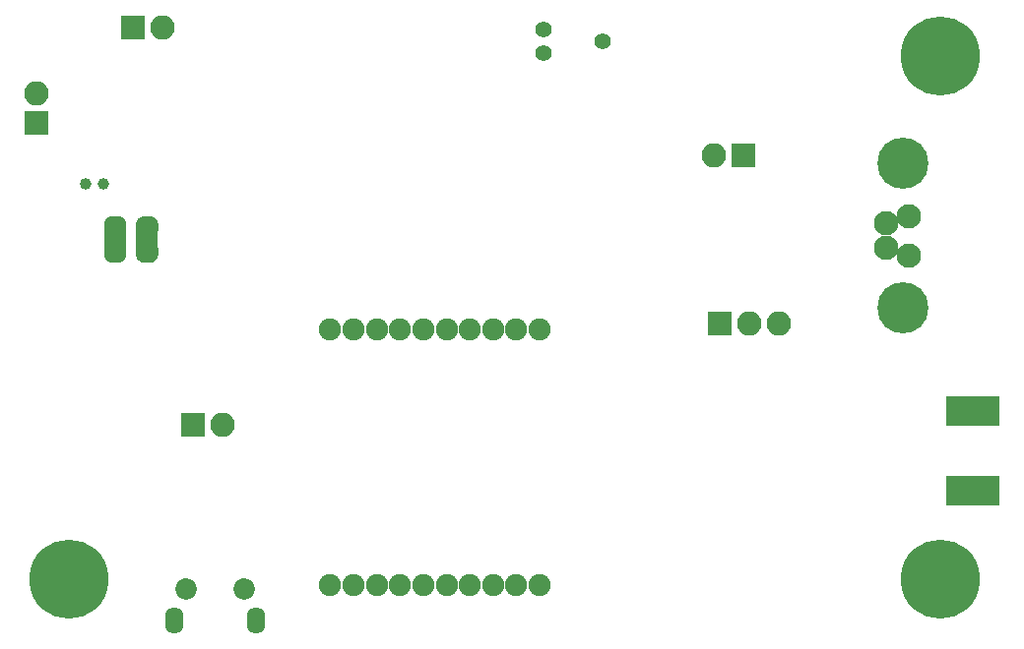
<source format=gbs>
G04 #@! TF.GenerationSoftware,KiCad,Pcbnew,(5.1.5-0-10_14)*
G04 #@! TF.CreationDate,2021-06-08T11:11:05+02:00*
G04 #@! TF.ProjectId,Nestbox,4e657374-626f-4782-9e6b-696361645f70,rev?*
G04 #@! TF.SameCoordinates,Original*
G04 #@! TF.FileFunction,Soldermask,Bot*
G04 #@! TF.FilePolarity,Negative*
%FSLAX46Y46*%
G04 Gerber Fmt 4.6, Leading zero omitted, Abs format (unit mm)*
G04 Created by KiCad (PCBNEW (5.1.5-0-10_14)) date 2021-06-08 11:11:05*
%MOMM*%
%LPD*%
G04 APERTURE LIST*
%ADD10C,4.400000*%
%ADD11C,2.100000*%
%ADD12O,2.100000X2.100000*%
%ADD13R,2.100000X2.100000*%
%ADD14C,0.050000*%
%ADD15R,1.900000X1.400000*%
%ADD16C,1.390600*%
%ADD17O,1.600000X2.300000*%
%ADD18C,1.850000*%
%ADD19C,1.900000*%
%ADD20R,4.600000X2.600000*%
%ADD21C,1.200000*%
%ADD22C,6.800000*%
%ADD23C,1.009600*%
%ADD24C,1.004800*%
G04 APERTURE END LIST*
D10*
X171750000Y78325000D03*
D11*
X172250000Y82875000D03*
X172250000Y86275000D03*
X170300000Y83500000D03*
X170300000Y85650000D03*
D10*
X171750000Y90825000D03*
D12*
X108040000Y102500000D03*
D13*
X105500000Y102500000D03*
D12*
X97250000Y96790000D03*
D13*
X97250000Y94250000D03*
D14*
G36*
X105803843Y83539018D02*
G01*
X105815224Y83576537D01*
X105833706Y83611114D01*
X105858579Y83641421D01*
X105888886Y83666294D01*
X105923463Y83684776D01*
X105960982Y83696157D01*
X106000000Y83700000D01*
X107500000Y83700000D01*
X107539018Y83696157D01*
X107576537Y83684776D01*
X107611114Y83666294D01*
X107641421Y83641421D01*
X107666294Y83611114D01*
X107684776Y83576537D01*
X107696157Y83539018D01*
X107700000Y83500000D01*
X107700000Y82950000D01*
X107699398Y82943888D01*
X107699398Y82925466D01*
X107698435Y82905860D01*
X107693625Y82857029D01*
X107690746Y82837620D01*
X107681174Y82789495D01*
X107676404Y82770452D01*
X107662160Y82723497D01*
X107655549Y82705020D01*
X107636772Y82659687D01*
X107628377Y82641939D01*
X107605246Y82598666D01*
X107595160Y82581838D01*
X107567900Y82541039D01*
X107556205Y82525270D01*
X107525077Y82487341D01*
X107511897Y82472800D01*
X107477200Y82438103D01*
X107462659Y82424923D01*
X107424730Y82393795D01*
X107408961Y82382100D01*
X107368162Y82354840D01*
X107351334Y82344754D01*
X107308061Y82321623D01*
X107290313Y82313228D01*
X107244980Y82294451D01*
X107226503Y82287840D01*
X107179548Y82273596D01*
X107160505Y82268826D01*
X107112380Y82259254D01*
X107092971Y82256375D01*
X107044140Y82251565D01*
X107024534Y82250602D01*
X107006112Y82250602D01*
X107000000Y82250000D01*
X106500000Y82250000D01*
X106493888Y82250602D01*
X106475466Y82250602D01*
X106455860Y82251565D01*
X106407029Y82256375D01*
X106387620Y82259254D01*
X106339495Y82268826D01*
X106320452Y82273596D01*
X106273497Y82287840D01*
X106255020Y82294451D01*
X106209687Y82313228D01*
X106191939Y82321623D01*
X106148666Y82344754D01*
X106131838Y82354840D01*
X106091039Y82382100D01*
X106075270Y82393795D01*
X106037341Y82424923D01*
X106022800Y82438103D01*
X105988103Y82472800D01*
X105974923Y82487341D01*
X105943795Y82525270D01*
X105932100Y82541039D01*
X105904840Y82581838D01*
X105894754Y82598666D01*
X105871623Y82641939D01*
X105863228Y82659687D01*
X105844451Y82705020D01*
X105837840Y82723497D01*
X105823596Y82770452D01*
X105818826Y82789495D01*
X105809254Y82837620D01*
X105806375Y82857029D01*
X105801565Y82905860D01*
X105800602Y82925466D01*
X105800602Y82943888D01*
X105800000Y82950000D01*
X105800000Y83500000D01*
X105803843Y83539018D01*
G37*
D15*
X106750000Y84250000D03*
D14*
G36*
X105800602Y85556112D02*
G01*
X105800602Y85574534D01*
X105801565Y85594140D01*
X105806375Y85642971D01*
X105809254Y85662380D01*
X105818826Y85710505D01*
X105823596Y85729548D01*
X105837840Y85776503D01*
X105844451Y85794980D01*
X105863228Y85840313D01*
X105871623Y85858061D01*
X105894754Y85901334D01*
X105904840Y85918162D01*
X105932100Y85958961D01*
X105943795Y85974730D01*
X105974923Y86012659D01*
X105988103Y86027200D01*
X106022800Y86061897D01*
X106037341Y86075077D01*
X106075270Y86106205D01*
X106091039Y86117900D01*
X106131838Y86145160D01*
X106148666Y86155246D01*
X106191939Y86178377D01*
X106209687Y86186772D01*
X106255020Y86205549D01*
X106273497Y86212160D01*
X106320452Y86226404D01*
X106339495Y86231174D01*
X106387620Y86240746D01*
X106407029Y86243625D01*
X106455860Y86248435D01*
X106475466Y86249398D01*
X106493888Y86249398D01*
X106500000Y86250000D01*
X107000000Y86250000D01*
X107006112Y86249398D01*
X107024534Y86249398D01*
X107044140Y86248435D01*
X107092971Y86243625D01*
X107112380Y86240746D01*
X107160505Y86231174D01*
X107179548Y86226404D01*
X107226503Y86212160D01*
X107244980Y86205549D01*
X107290313Y86186772D01*
X107308061Y86178377D01*
X107351334Y86155246D01*
X107368162Y86145160D01*
X107408961Y86117900D01*
X107424730Y86106205D01*
X107462659Y86075077D01*
X107477200Y86061897D01*
X107511897Y86027200D01*
X107525077Y86012659D01*
X107556205Y85974730D01*
X107567900Y85958961D01*
X107595160Y85918162D01*
X107605246Y85901334D01*
X107628377Y85858061D01*
X107636772Y85840313D01*
X107655549Y85794980D01*
X107662160Y85776503D01*
X107676404Y85729548D01*
X107681174Y85710505D01*
X107690746Y85662380D01*
X107693625Y85642971D01*
X107698435Y85594140D01*
X107699398Y85574534D01*
X107699398Y85556112D01*
X107700000Y85550000D01*
X107700000Y85000000D01*
X107696157Y84960982D01*
X107684776Y84923463D01*
X107666294Y84888886D01*
X107641421Y84858579D01*
X107611114Y84833706D01*
X107576537Y84815224D01*
X107539018Y84803843D01*
X107500000Y84800000D01*
X106000000Y84800000D01*
X105960982Y84803843D01*
X105923463Y84815224D01*
X105888886Y84833706D01*
X105858579Y84858579D01*
X105833706Y84888886D01*
X105815224Y84923463D01*
X105803843Y84960982D01*
X105800000Y85000000D01*
X105800000Y85550000D01*
X105800602Y85556112D01*
G37*
D12*
X155460000Y91500000D03*
D13*
X158000000Y91500000D03*
D14*
G36*
X103053843Y83539018D02*
G01*
X103065224Y83576537D01*
X103083706Y83611114D01*
X103108579Y83641421D01*
X103138886Y83666294D01*
X103173463Y83684776D01*
X103210982Y83696157D01*
X103250000Y83700000D01*
X104750000Y83700000D01*
X104789018Y83696157D01*
X104826537Y83684776D01*
X104861114Y83666294D01*
X104891421Y83641421D01*
X104916294Y83611114D01*
X104934776Y83576537D01*
X104946157Y83539018D01*
X104950000Y83500000D01*
X104950000Y82950000D01*
X104949398Y82943888D01*
X104949398Y82925466D01*
X104948435Y82905860D01*
X104943625Y82857029D01*
X104940746Y82837620D01*
X104931174Y82789495D01*
X104926404Y82770452D01*
X104912160Y82723497D01*
X104905549Y82705020D01*
X104886772Y82659687D01*
X104878377Y82641939D01*
X104855246Y82598666D01*
X104845160Y82581838D01*
X104817900Y82541039D01*
X104806205Y82525270D01*
X104775077Y82487341D01*
X104761897Y82472800D01*
X104727200Y82438103D01*
X104712659Y82424923D01*
X104674730Y82393795D01*
X104658961Y82382100D01*
X104618162Y82354840D01*
X104601334Y82344754D01*
X104558061Y82321623D01*
X104540313Y82313228D01*
X104494980Y82294451D01*
X104476503Y82287840D01*
X104429548Y82273596D01*
X104410505Y82268826D01*
X104362380Y82259254D01*
X104342971Y82256375D01*
X104294140Y82251565D01*
X104274534Y82250602D01*
X104256112Y82250602D01*
X104250000Y82250000D01*
X103750000Y82250000D01*
X103743888Y82250602D01*
X103725466Y82250602D01*
X103705860Y82251565D01*
X103657029Y82256375D01*
X103637620Y82259254D01*
X103589495Y82268826D01*
X103570452Y82273596D01*
X103523497Y82287840D01*
X103505020Y82294451D01*
X103459687Y82313228D01*
X103441939Y82321623D01*
X103398666Y82344754D01*
X103381838Y82354840D01*
X103341039Y82382100D01*
X103325270Y82393795D01*
X103287341Y82424923D01*
X103272800Y82438103D01*
X103238103Y82472800D01*
X103224923Y82487341D01*
X103193795Y82525270D01*
X103182100Y82541039D01*
X103154840Y82581838D01*
X103144754Y82598666D01*
X103121623Y82641939D01*
X103113228Y82659687D01*
X103094451Y82705020D01*
X103087840Y82723497D01*
X103073596Y82770452D01*
X103068826Y82789495D01*
X103059254Y82837620D01*
X103056375Y82857029D01*
X103051565Y82905860D01*
X103050602Y82925466D01*
X103050602Y82943888D01*
X103050000Y82950000D01*
X103050000Y83500000D01*
X103053843Y83539018D01*
G37*
D15*
X104000000Y84250000D03*
D14*
G36*
X103050602Y85556112D02*
G01*
X103050602Y85574534D01*
X103051565Y85594140D01*
X103056375Y85642971D01*
X103059254Y85662380D01*
X103068826Y85710505D01*
X103073596Y85729548D01*
X103087840Y85776503D01*
X103094451Y85794980D01*
X103113228Y85840313D01*
X103121623Y85858061D01*
X103144754Y85901334D01*
X103154840Y85918162D01*
X103182100Y85958961D01*
X103193795Y85974730D01*
X103224923Y86012659D01*
X103238103Y86027200D01*
X103272800Y86061897D01*
X103287341Y86075077D01*
X103325270Y86106205D01*
X103341039Y86117900D01*
X103381838Y86145160D01*
X103398666Y86155246D01*
X103441939Y86178377D01*
X103459687Y86186772D01*
X103505020Y86205549D01*
X103523497Y86212160D01*
X103570452Y86226404D01*
X103589495Y86231174D01*
X103637620Y86240746D01*
X103657029Y86243625D01*
X103705860Y86248435D01*
X103725466Y86249398D01*
X103743888Y86249398D01*
X103750000Y86250000D01*
X104250000Y86250000D01*
X104256112Y86249398D01*
X104274534Y86249398D01*
X104294140Y86248435D01*
X104342971Y86243625D01*
X104362380Y86240746D01*
X104410505Y86231174D01*
X104429548Y86226404D01*
X104476503Y86212160D01*
X104494980Y86205549D01*
X104540313Y86186772D01*
X104558061Y86178377D01*
X104601334Y86155246D01*
X104618162Y86145160D01*
X104658961Y86117900D01*
X104674730Y86106205D01*
X104712659Y86075077D01*
X104727200Y86061897D01*
X104761897Y86027200D01*
X104775077Y86012659D01*
X104806205Y85974730D01*
X104817900Y85958961D01*
X104845160Y85918162D01*
X104855246Y85901334D01*
X104878377Y85858061D01*
X104886772Y85840313D01*
X104905549Y85794980D01*
X104912160Y85776503D01*
X104926404Y85729548D01*
X104931174Y85710505D01*
X104940746Y85662380D01*
X104943625Y85642971D01*
X104948435Y85594140D01*
X104949398Y85574534D01*
X104949398Y85556112D01*
X104950000Y85550000D01*
X104950000Y85000000D01*
X104946157Y84960982D01*
X104934776Y84923463D01*
X104916294Y84888886D01*
X104891421Y84858579D01*
X104861114Y84833706D01*
X104826537Y84815224D01*
X104789018Y84803843D01*
X104750000Y84800000D01*
X103250000Y84800000D01*
X103210982Y84803843D01*
X103173463Y84815224D01*
X103138886Y84833706D01*
X103108579Y84858579D01*
X103083706Y84888886D01*
X103065224Y84923463D01*
X103053843Y84960982D01*
X103050000Y85000000D01*
X103050000Y85550000D01*
X103050602Y85556112D01*
G37*
D12*
X113250000Y68250000D03*
D13*
X110710000Y68250000D03*
D12*
X161080000Y77000000D03*
X158540000Y77000000D03*
D13*
X156000000Y77000000D03*
D16*
X140860000Y102316000D03*
X140860000Y100284000D03*
X145940000Y101300000D03*
D17*
X116100000Y51462500D03*
X109100000Y51462500D03*
D18*
X115100000Y54162500D03*
X110100000Y54162500D03*
D19*
X140500000Y76485500D03*
X138500000Y76485500D03*
X136500000Y76485500D03*
X134500000Y76485500D03*
X132500000Y76485500D03*
X130500000Y76485500D03*
X128500000Y76485500D03*
X126500000Y76485500D03*
X124500000Y76485500D03*
X122500000Y76485500D03*
X122500000Y54485500D03*
X124500000Y54485500D03*
X126500000Y54485500D03*
X128500000Y54485500D03*
X130500000Y54485500D03*
X132500000Y54485500D03*
X134500000Y54485500D03*
X136500000Y54485500D03*
X138500000Y54485500D03*
X140500000Y54485500D03*
D20*
X177754000Y69429000D03*
X177754000Y62571000D03*
D21*
X176697056Y101697056D03*
X175000000Y102400000D03*
X173302944Y101697056D03*
X172600000Y100000000D03*
X173302944Y98302944D03*
X175000000Y97600000D03*
X176697056Y98302944D03*
X177400000Y100000000D03*
D22*
X175000000Y100000000D03*
D21*
X176697056Y56697056D03*
X175000000Y57400000D03*
X173302944Y56697056D03*
X172600000Y55000000D03*
X173302944Y53302944D03*
X175000000Y52600000D03*
X176697056Y53302944D03*
X177400000Y55000000D03*
D22*
X175000000Y55000000D03*
D21*
X101697056Y56697056D03*
X100000000Y57400000D03*
X98302944Y56697056D03*
X97600000Y55000000D03*
X98302944Y53302944D03*
X100000000Y52600000D03*
X101697056Y53302944D03*
X102400000Y55000000D03*
D22*
X100000000Y55000000D03*
D23*
X101500000Y89000000D03*
D24*
X103000000Y89000000D03*
M02*

</source>
